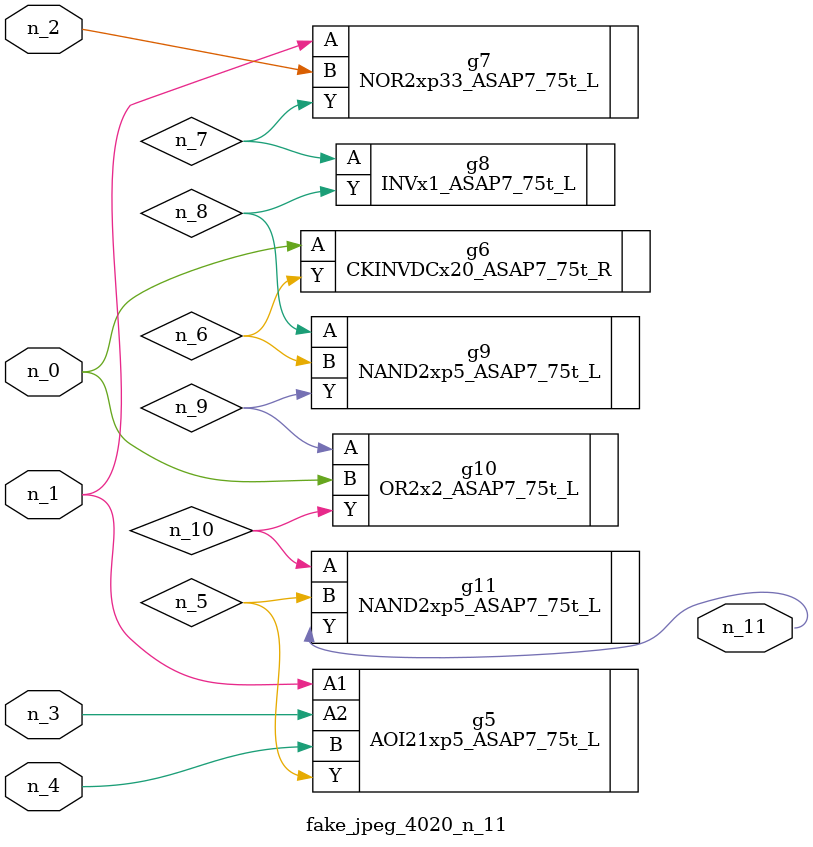
<source format=v>
module fake_jpeg_4020_n_11 (n_3, n_2, n_1, n_0, n_4, n_11);

input n_3;
input n_2;
input n_1;
input n_0;
input n_4;

output n_11;

wire n_10;
wire n_8;
wire n_9;
wire n_6;
wire n_5;
wire n_7;

AOI21xp5_ASAP7_75t_L g5 ( 
.A1(n_1),
.A2(n_3),
.B(n_4),
.Y(n_5)
);

CKINVDCx20_ASAP7_75t_R g6 ( 
.A(n_0),
.Y(n_6)
);

NOR2xp33_ASAP7_75t_L g7 ( 
.A(n_1),
.B(n_2),
.Y(n_7)
);

INVx1_ASAP7_75t_L g8 ( 
.A(n_7),
.Y(n_8)
);

NAND2xp5_ASAP7_75t_L g9 ( 
.A(n_8),
.B(n_6),
.Y(n_9)
);

OR2x2_ASAP7_75t_L g10 ( 
.A(n_9),
.B(n_0),
.Y(n_10)
);

NAND2xp5_ASAP7_75t_L g11 ( 
.A(n_10),
.B(n_5),
.Y(n_11)
);


endmodule
</source>
